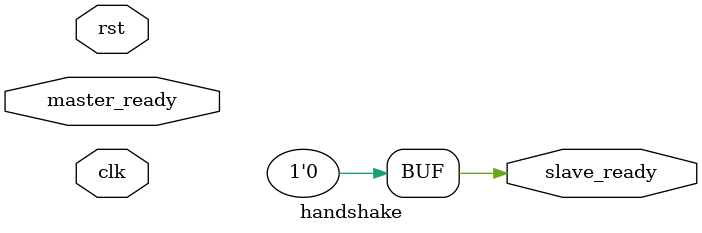
<source format=sv>

module handshake(
	 input logic clk,
    input logic rst,
    input logic master_ready,  // Signal from the master indicating readiness to send data
    output logic slave_ready    // Signal to the master indicating readiness to receive data
);
    // Internal state variable for the handshake
    enum logic [1:0] {IDLE, READY} state;
    
    // Output initially not ready
    assign slave_ready = 1'b0;
    
    // State machine for the handshake
    always_ff @(posedge clk, negedge rst) begin
        if (!rst) begin
            state <= IDLE;  // Reset state machine
        end else begin
            case (state)
                IDLE: begin
                    // If master is ready, move to READY state
                    if (master_ready) begin
                        state <= READY;
                    end
                end
                READY: begin
                    // Stay in READY state until master indicates not ready
                    if (!master_ready) begin
                        state <= IDLE;
                    end
                end
                default: state <= IDLE;  // Default case
            endcase
        end
    end
endmodule
</source>
